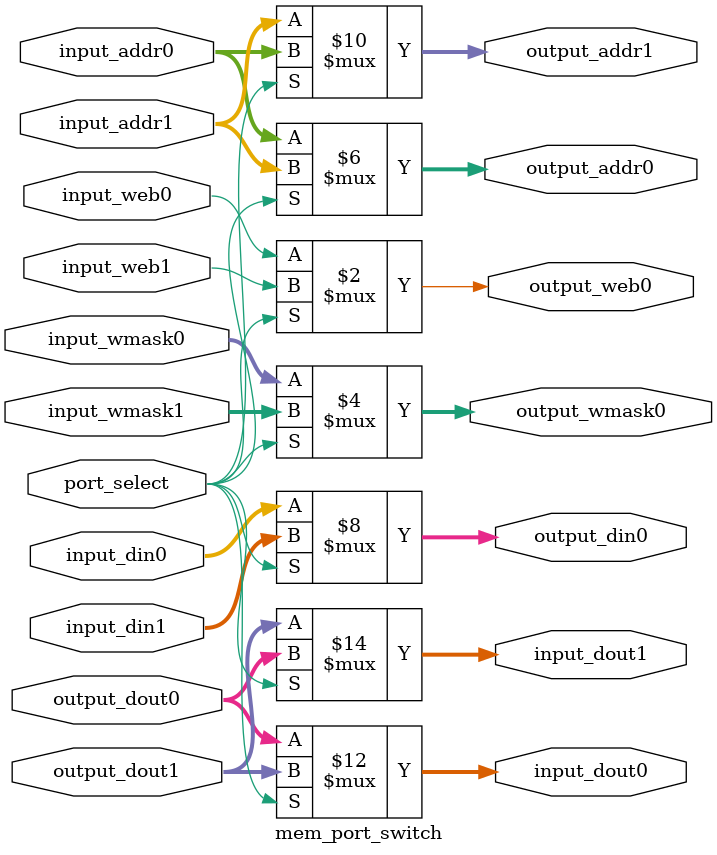
<source format=sv>

`timescale 1ns / 1ps

module mem_port_switch #(
    parameter NUM_WMASKS = 4,
    parameter DATA_WIDTH = 32,
    parameter ADDR_WIDTH = 11
) (
    input port_select,

    // Input Memory Port 0 - R/W
    input  input_web0,
    input  [NUM_WMASKS-1:0] input_wmask0,
    input  [ADDR_WIDTH-1:0] input_addr0,
    input  [DATA_WIDTH-1:0] input_din0,
    output [DATA_WIDTH-1:0] input_dout0,
    
    // Input Memory Port 1 - R/W
    input  input_web1,
    input  [NUM_WMASKS-1:0] input_wmask1,
    input  [ADDR_WIDTH-1:0] input_addr1,
    input  [DATA_WIDTH-1:0] input_din1,
    output [DATA_WIDTH-1:0] input_dout1,
    
    // Output Memory Port 0 - R/W
    output output_web0,
    output [NUM_WMASKS-1:0] output_wmask0,
    output [ADDR_WIDTH-1:0] output_addr0,
    output [DATA_WIDTH-1:0] output_din0,
    input  [DATA_WIDTH-1:0] output_dout0,
    
    // Output Memory Port 1 - R
    output [ADDR_WIDTH-1:0] output_addr1,
    input  [DATA_WIDTH-1:0] output_dout1
);

    // port_select == 0 -> Input Memory Port 0 goes to Output Memory Port 0
    // port_select == 0 -> Input Memory Port 1 goes to Output Memory Port 1
    
    // port_select == 1 -> Input Memory Port 0 goes to Output Memory Port 1
    // port_select == 1 -> Input Memory Port 1 goes to Output Memory Port 0


    assign output_web0   = !port_select ? input_web0   : input_web1;
    assign output_wmask0 = !port_select ? input_wmask0 : input_wmask1;
    assign output_addr0  = !port_select ? input_addr0  : input_addr1;
    assign output_din0   = !port_select ? input_din0   : input_din1;
    
    assign output_addr1  = !port_select ? input_addr1  : input_addr0;
    
    assign input_dout0   = !port_select ? output_dout0 : output_dout1;
    assign input_dout1   = !port_select ? output_dout1 : output_dout0;

endmodule

</source>
